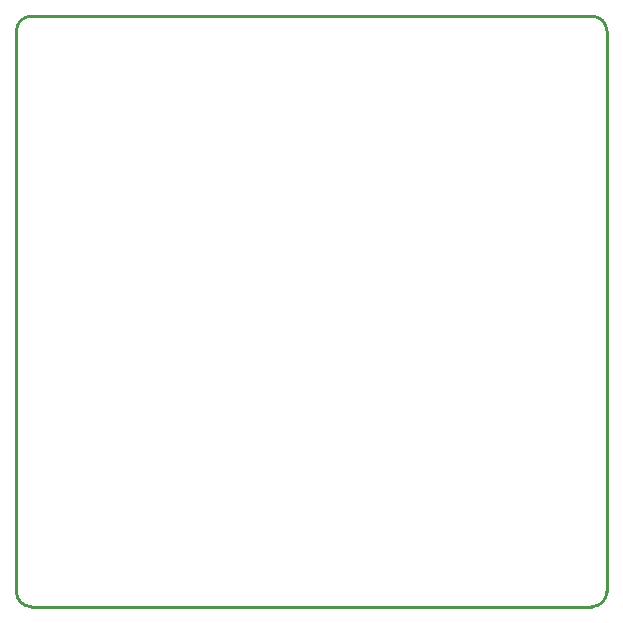
<source format=gm1>
G04*
G04 #@! TF.GenerationSoftware,Altium Limited,Altium Designer,22.8.2 (66)*
G04*
G04 Layer_Color=16711935*
%FSLAX25Y25*%
%MOIN*%
G70*
G04*
G04 #@! TF.SameCoordinates,4F58F9C0-C404-4AA8-A12D-09E9B3034F0A*
G04*
G04*
G04 #@! TF.FilePolarity,Positive*
G04*
G01*
G75*
%ADD10C,0.01000*%
%ADD69C,0.01000*%
D10*
X482350Y402850D02*
G03*
X477350Y407850I-5000J0D01*
G01*
X477350Y211000D02*
G03*
X482350Y216000I0J5000D01*
G01*
X290500Y407850D02*
G03*
X285500Y402850I0J-5000D01*
G01*
X285500Y216000D02*
G03*
X290500Y211000I5000J0D01*
G01*
X482350Y216000D02*
X482350Y402850D01*
X290500Y407850D02*
X477350Y407850D01*
X290500Y211000D02*
X477350Y211000D01*
X285500Y216000D02*
X285500Y402850D01*
D69*
X285500Y402850D02*
D03*
M02*

</source>
